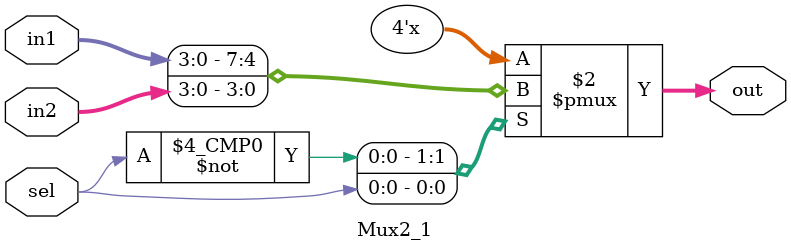
<source format=sv>
module Mux2_1 (
					input logic [3:0] in1,
					input logic [3:0] in2,
					input logic sel,
					output logic [3:0] out

);

always_comb
begin
	case(sel)
		1'b0:
			out = in1;
		1'b1:
			out = in2;
		default :
			out = in1;
	endcase
end

endmodule


</source>
